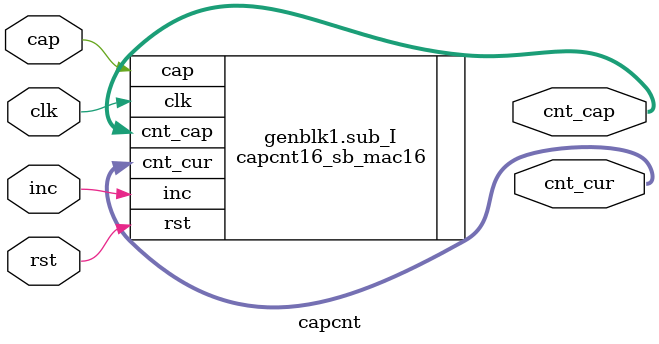
<source format=v>
/*
 * capcnt.v
 *
 * Simple capture/counter blocks
 *
 * vim: ts=4 sw=4
 *
 * Copyright (C) 2020  Sylvain Munaut <tnt@246tNt.com>
 * SPDX-License-Identifier: CERN-OHL-P-2.0
 */

`define WITH_SB_MAC16

module capcnt #(
	parameter integer W = 16,
)(
	output wire [W-1:0] cnt_cur,
	output wire [W-1:0] cnt_cap,
	input  wire         inc,
	input  wire         cap,
	input  wire         clk,
	input  wire         rst
);

`ifdef WITH_SB_MAC16
	generate

		if (W == 16)
			capcnt16_sb_mac16 sub_I (
				.cnt_cur (cnt_cur),
				.cnt_cap (cnt_cap),
				.inc     (inc),
				.cap     (cap),
				.clk     (clk),
				.rst     (rst)
			);

		else if (W == 32)
			capcnt32_sb_mac16 sub_I (
				.cnt_cur (cnt_cur),
				.cnt_cap (cnt_cap),
				.inc     (inc),
				.cap     (cap),
				.clk     (clk),
				.rst     (rst)
			);

	endgenerate
`else

	reg [W-1:0] cnt_cur_i;
	reg [W-1:0] cnt_cap_i;

	always @(posedge clk)
		if (rst)
			cnt_cur_i <= 0;
		else if (inc)
			cnt_cur_i <= cnt_cur_i + 1;

	always @(posedge clk)
		if (rst)
			cnt_cap_i <= 0;
		else if (cap)
			cnt_cap_i <= cnt_cur_i;

	assign cnt_cur = cnt_cur_i;
	assign cnt_cap = cnt_cap_i;

`endif

endmodule // capcnt

</source>
